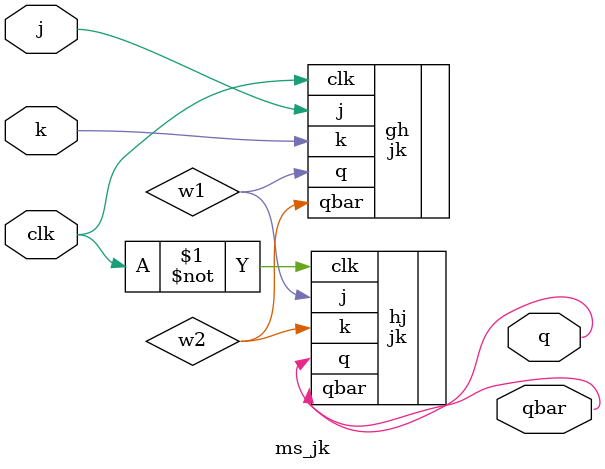
<source format=sv>
module ms_jk(j,k,clk,q,qbar);
input j,k,clk;
output q,qbar;
wire w1,w2,w3;

jk gh (.j(j),.k(k),.clk(clk),.q(w1),.qbar(w2));
jk hj (.j(w1),.k(w2),.clk(~clk),.q(q),.qbar(qbar));

endmodule
//not working, as i dont know how to connect the output with the input using a wire.
//therfore the test bench is still pending
</source>
